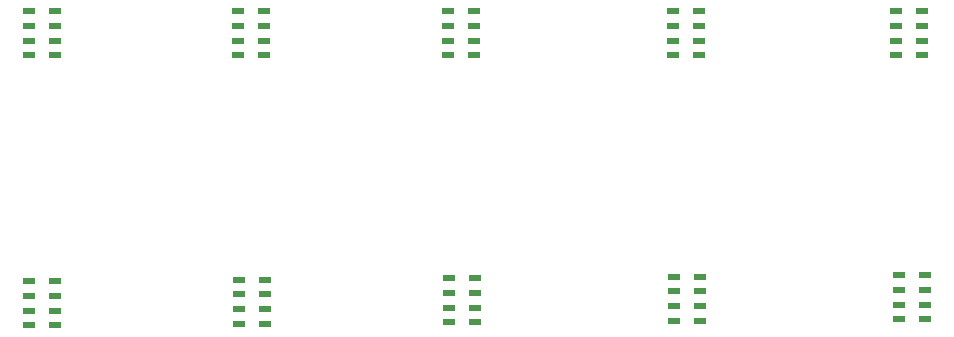
<source format=gbr>
G04 #@! TF.GenerationSoftware,KiCad,Pcbnew,(5.1.4)-1*
G04 #@! TF.CreationDate,2019-11-19T12:22:33-05:00*
G04 #@! TF.ProjectId,bob_ws2811_driver,626f625f-7773-4323-9831-315f64726976,rev?*
G04 #@! TF.SameCoordinates,Original*
G04 #@! TF.FileFunction,Paste,Top*
G04 #@! TF.FilePolarity,Positive*
%FSLAX46Y46*%
G04 Gerber Fmt 4.6, Leading zero omitted, Abs format (unit mm)*
G04 Created by KiCad (PCBNEW (5.1.4)-1) date 2019-11-19 12:22:33*
%MOMM*%
%LPD*%
G04 APERTURE LIST*
%ADD10R,1.100000X0.600000*%
G04 APERTURE END LIST*
D10*
X184742000Y-40035000D03*
X184742000Y-41285000D03*
X184742000Y-42535000D03*
X184742000Y-43785000D03*
X182542000Y-43785000D03*
X182542000Y-42535000D03*
X182542000Y-41285000D03*
X182542000Y-40035000D03*
X163619000Y-40035000D03*
X163619000Y-41285000D03*
X163619000Y-42535000D03*
X163619000Y-43785000D03*
X165819000Y-43785000D03*
X165819000Y-42535000D03*
X165819000Y-41285000D03*
X165819000Y-40035000D03*
X146769000Y-40035000D03*
X146769000Y-41285000D03*
X146769000Y-42535000D03*
X146769000Y-43785000D03*
X144569000Y-43785000D03*
X144569000Y-42535000D03*
X144569000Y-41285000D03*
X144569000Y-40035000D03*
X126789000Y-40035000D03*
X126789000Y-41285000D03*
X126789000Y-42535000D03*
X126789000Y-43785000D03*
X128989000Y-43785000D03*
X128989000Y-42535000D03*
X128989000Y-41285000D03*
X128989000Y-40035000D03*
X182796000Y-62387000D03*
X182796000Y-63637000D03*
X182796000Y-64887000D03*
X182796000Y-66137000D03*
X184996000Y-66137000D03*
X184996000Y-64887000D03*
X184996000Y-63637000D03*
X184996000Y-62387000D03*
X165946000Y-62514000D03*
X165946000Y-63764000D03*
X165946000Y-65014000D03*
X165946000Y-66264000D03*
X163746000Y-66264000D03*
X163746000Y-65014000D03*
X163746000Y-63764000D03*
X163746000Y-62514000D03*
X144696000Y-62641000D03*
X144696000Y-63891000D03*
X144696000Y-65141000D03*
X144696000Y-66391000D03*
X146896000Y-66391000D03*
X146896000Y-65141000D03*
X146896000Y-63891000D03*
X146896000Y-62641000D03*
X129116000Y-62768000D03*
X129116000Y-64018000D03*
X129116000Y-65268000D03*
X129116000Y-66518000D03*
X126916000Y-66518000D03*
X126916000Y-65268000D03*
X126916000Y-64018000D03*
X126916000Y-62768000D03*
X109136000Y-62895000D03*
X109136000Y-64145000D03*
X109136000Y-65395000D03*
X109136000Y-66645000D03*
X111336000Y-66645000D03*
X111336000Y-65395000D03*
X111336000Y-64145000D03*
X111336000Y-62895000D03*
X111336000Y-40035000D03*
X111336000Y-41285000D03*
X111336000Y-42535000D03*
X111336000Y-43785000D03*
X109136000Y-43785000D03*
X109136000Y-42535000D03*
X109136000Y-41285000D03*
X109136000Y-40035000D03*
M02*

</source>
